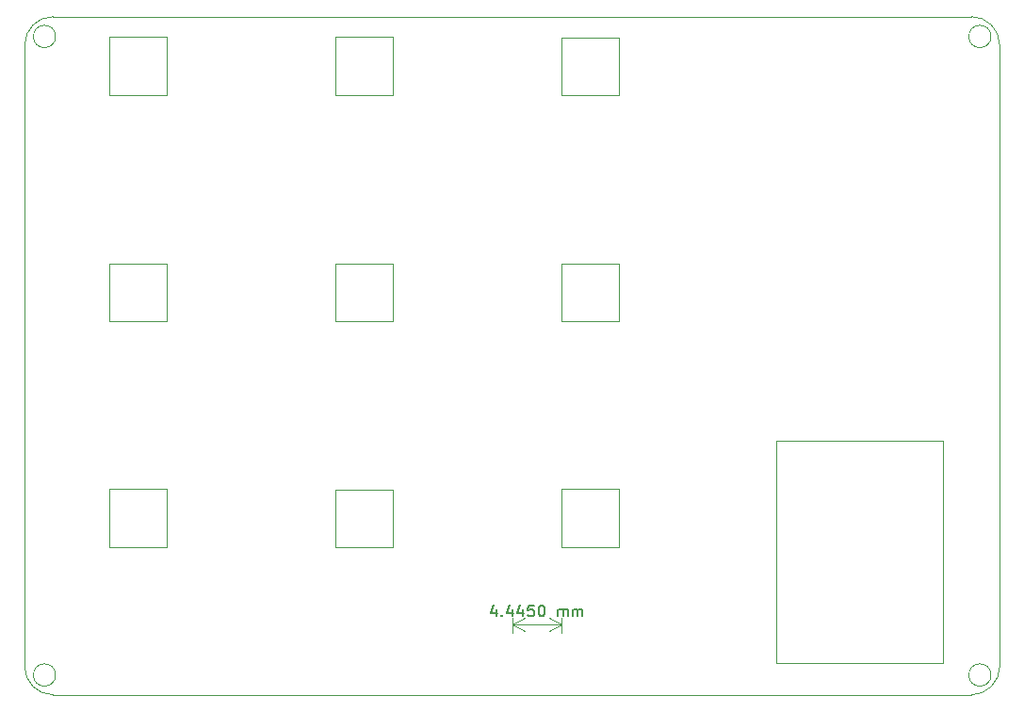
<source format=gbr>
%TF.GenerationSoftware,KiCad,Pcbnew,(6.0.5)*%
%TF.CreationDate,2022-06-17T09:46:01+08:00*%
%TF.ProjectId,keyboard_V4,6b657962-6f61-4726-945f-56342e6b6963,rev?*%
%TF.SameCoordinates,Original*%
%TF.FileFunction,Profile,NP*%
%FSLAX46Y46*%
G04 Gerber Fmt 4.6, Leading zero omitted, Abs format (unit mm)*
G04 Created by KiCad (PCBNEW (6.0.5)) date 2022-06-17 09:46:01*
%MOMM*%
%LPD*%
G01*
G04 APERTURE LIST*
%TA.AperFunction,Profile*%
%ADD10C,0.050000*%
%TD*%
%ADD11C,0.150000*%
G04 APERTURE END LIST*
D10*
X43241538Y-103567747D02*
X38059938Y-103567747D01*
X38059938Y-103567747D02*
X38059938Y-98356147D01*
X38059938Y-98356147D02*
X43241538Y-98356147D01*
X43241538Y-98356147D02*
X43241538Y-103567747D01*
X115570000Y-55880000D02*
X33020000Y-55880000D01*
X83870800Y-83235800D02*
X78689200Y-83235800D01*
X78689200Y-83235800D02*
X78689200Y-78054200D01*
X78689200Y-78054200D02*
X83870800Y-78054200D01*
X83870800Y-78054200D02*
X83870800Y-83235800D01*
X117332000Y-57658000D02*
G75*
G03*
X117332000Y-57658000I-1000000J0D01*
G01*
X83876806Y-103567747D02*
X78695206Y-103567747D01*
X78695206Y-103567747D02*
X78695206Y-98366147D01*
X78695206Y-98366147D02*
X83876806Y-98366147D01*
X83876806Y-98366147D02*
X83876806Y-103567747D01*
X43241538Y-83255800D02*
X38059938Y-83255800D01*
X38059938Y-83255800D02*
X38059938Y-78054200D01*
X38059938Y-78054200D02*
X43241538Y-78054200D01*
X43241538Y-78054200D02*
X43241538Y-83255800D01*
X63559172Y-83255800D02*
X58377572Y-83255800D01*
X58377572Y-83255800D02*
X58377572Y-78054200D01*
X58377572Y-78054200D02*
X63559172Y-78054200D01*
X63559172Y-78054200D02*
X63559172Y-83255800D01*
X63550800Y-103575000D02*
X58369200Y-103575000D01*
X58369200Y-103575000D02*
X58369200Y-98373400D01*
X58369200Y-98373400D02*
X63550800Y-98373400D01*
X63550800Y-98373400D02*
X63550800Y-103575000D01*
X117332000Y-115062000D02*
G75*
G03*
X117332000Y-115062000I-1000000J0D01*
G01*
X118110000Y-58420000D02*
X118110000Y-114300000D01*
X30480000Y-58420000D02*
X30480000Y-114300000D01*
X30480000Y-114300000D02*
G75*
G03*
X33020000Y-116840000I2540000J0D01*
G01*
X43230800Y-62935800D02*
X38049200Y-62935800D01*
X38049200Y-62935800D02*
X38049200Y-57714200D01*
X38049200Y-57714200D02*
X43230800Y-57714200D01*
X43230800Y-57714200D02*
X43230800Y-62935800D01*
X33020000Y-116840000D02*
X115570000Y-116840000D01*
X83870800Y-62925800D02*
X78689200Y-62925800D01*
X78689200Y-62925800D02*
X78689200Y-57734200D01*
X78689200Y-57734200D02*
X83870800Y-57734200D01*
X83870800Y-57734200D02*
X83870800Y-62925800D01*
X33258000Y-57658000D02*
G75*
G03*
X33258000Y-57658000I-1000000J0D01*
G01*
X33020000Y-55880000D02*
G75*
G03*
X30480000Y-58420000I0J-2540000D01*
G01*
X118110000Y-58420000D02*
G75*
G03*
X115570000Y-55880000I-2540000J0D01*
G01*
X63550800Y-62935800D02*
X58369200Y-62935800D01*
X58369200Y-62935800D02*
X58369200Y-57714200D01*
X58369200Y-57714200D02*
X63550800Y-57714200D01*
X63550800Y-57714200D02*
X63550800Y-62935800D01*
X98000000Y-94000000D02*
X113000000Y-94000000D01*
X113000000Y-94000000D02*
X113000000Y-114000000D01*
X113000000Y-114000000D02*
X98000000Y-114000000D01*
X98000000Y-114000000D02*
X98000000Y-94000000D01*
X115570000Y-116840000D02*
G75*
G03*
X118110000Y-114300000I0J2540000D01*
G01*
X33258000Y-115062000D02*
G75*
G03*
X33258000Y-115062000I-1000000J0D01*
G01*
D11*
X72850833Y-109125714D02*
X72850833Y-109792380D01*
X72612738Y-108744761D02*
X72374642Y-109459047D01*
X72993690Y-109459047D01*
X73374642Y-109697142D02*
X73422261Y-109744761D01*
X73374642Y-109792380D01*
X73327023Y-109744761D01*
X73374642Y-109697142D01*
X73374642Y-109792380D01*
X74279404Y-109125714D02*
X74279404Y-109792380D01*
X74041309Y-108744761D02*
X73803214Y-109459047D01*
X74422261Y-109459047D01*
X75231785Y-109125714D02*
X75231785Y-109792380D01*
X74993690Y-108744761D02*
X74755595Y-109459047D01*
X75374642Y-109459047D01*
X76231785Y-108792380D02*
X75755595Y-108792380D01*
X75707976Y-109268571D01*
X75755595Y-109220952D01*
X75850833Y-109173333D01*
X76088928Y-109173333D01*
X76184166Y-109220952D01*
X76231785Y-109268571D01*
X76279404Y-109363809D01*
X76279404Y-109601904D01*
X76231785Y-109697142D01*
X76184166Y-109744761D01*
X76088928Y-109792380D01*
X75850833Y-109792380D01*
X75755595Y-109744761D01*
X75707976Y-109697142D01*
X76898452Y-108792380D02*
X76993690Y-108792380D01*
X77088928Y-108840000D01*
X77136547Y-108887619D01*
X77184166Y-108982857D01*
X77231785Y-109173333D01*
X77231785Y-109411428D01*
X77184166Y-109601904D01*
X77136547Y-109697142D01*
X77088928Y-109744761D01*
X76993690Y-109792380D01*
X76898452Y-109792380D01*
X76803214Y-109744761D01*
X76755595Y-109697142D01*
X76707976Y-109601904D01*
X76660357Y-109411428D01*
X76660357Y-109173333D01*
X76707976Y-108982857D01*
X76755595Y-108887619D01*
X76803214Y-108840000D01*
X76898452Y-108792380D01*
X78422261Y-109792380D02*
X78422261Y-109125714D01*
X78422261Y-109220952D02*
X78469880Y-109173333D01*
X78565119Y-109125714D01*
X78707976Y-109125714D01*
X78803214Y-109173333D01*
X78850833Y-109268571D01*
X78850833Y-109792380D01*
X78850833Y-109268571D02*
X78898452Y-109173333D01*
X78993690Y-109125714D01*
X79136547Y-109125714D01*
X79231785Y-109173333D01*
X79279404Y-109268571D01*
X79279404Y-109792380D01*
X79755595Y-109792380D02*
X79755595Y-109125714D01*
X79755595Y-109220952D02*
X79803214Y-109173333D01*
X79898452Y-109125714D01*
X80041309Y-109125714D01*
X80136547Y-109173333D01*
X80184166Y-109268571D01*
X80184166Y-109792380D01*
X80184166Y-109268571D02*
X80231785Y-109173333D01*
X80327023Y-109125714D01*
X80469880Y-109125714D01*
X80565119Y-109173333D01*
X80612738Y-109268571D01*
X80612738Y-109792380D01*
D10*
X78740000Y-111260000D02*
X78740000Y-109903580D01*
X74295000Y-111260000D02*
X74295000Y-109903580D01*
X78740000Y-110490000D02*
X74295000Y-110490000D01*
X78740000Y-110490000D02*
X74295000Y-110490000D01*
X78740000Y-110490000D02*
X77613496Y-109903579D01*
X78740000Y-110490000D02*
X77613496Y-111076421D01*
X74295000Y-110490000D02*
X75421504Y-111076421D01*
X74295000Y-110490000D02*
X75421504Y-109903579D01*
M02*

</source>
